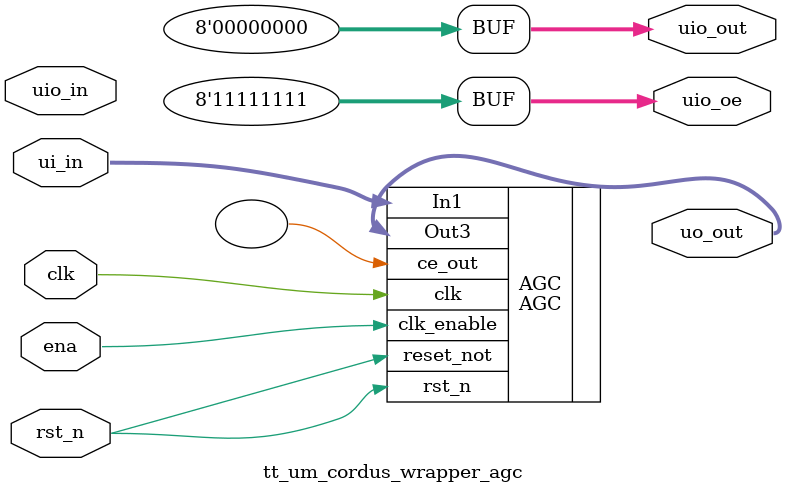
<source format=v>
`default_nettype none

module tt_um_cordus_wrapper_agc (
    input  wire [7:0] ui_in,    // Dedicated inputs - connected to the input switches
    output wire [7:0] uo_out,   // Dedicated outputs - connected to the 7 segment display
    input  wire [7:0] uio_in,   // IOs: Bidirectional Input path
    output wire [7:0] uio_out,  // IOs: Bidirectional Output path
    output wire [7:0] uio_oe,   // IOs: Bidirectional Enable path (active high: 0=input, 1=output)
    input  wire       ena,      // will go high when the design is enabled
    input  wire       clk,      // clock
    input  wire       rst_n     // reset_n - low to reset
);

    wire reset = ! rst_n;

    // use bidirectionals as outputs
    assign uio_oe = 8'b11111111;

    // put bottom 8 bits of second counter out on the bidirectional gpio
    assign uio_out = 8'b00000000;

    AGC AGC(.clk (clk),
           .rst_n (rst_n),
           .clk_enable (ena),
           .In1 (ui_in),
           .reset_not (rst_n),
           .ce_out ( ),
           .Out3 (uo_out) );

endmodule

</source>
